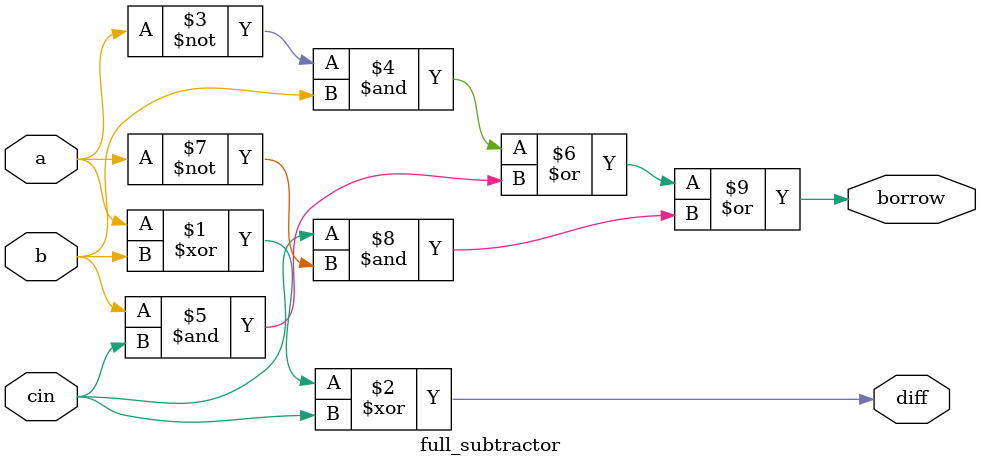
<source format=v>

`timescale 1ns/1ps

module full_subtractor(
    input a,b,cin,
    output diff,borrow
    );
    
assign diff=a^b^cin;
assign borrow=((~a)&b)|(b&cin)|(cin&(~a));

endmodule

</source>
